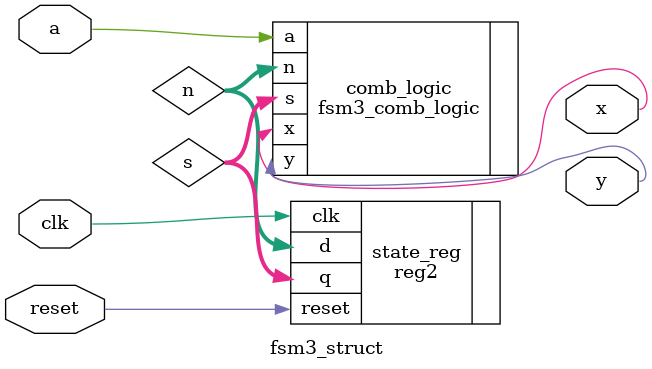
<source format=v>
module fsm3_struct (
   input    clk,
   input    reset,
   input    a,
   output   x,
   output   y);
   
   wire [1:0] n;
   wire [1:0] s;
   
   reg2 state_reg (
      .clk     (clk),
      .reset   (reset),
      .d       (n),
      .q       (s)
   );
   
   fsm3_comb_logic comb_logic (
      .a       (a),
      .s       (s),
      .n       (n),
      .x       (x),
      .y       (y)
   );
   
endmodule

</source>
